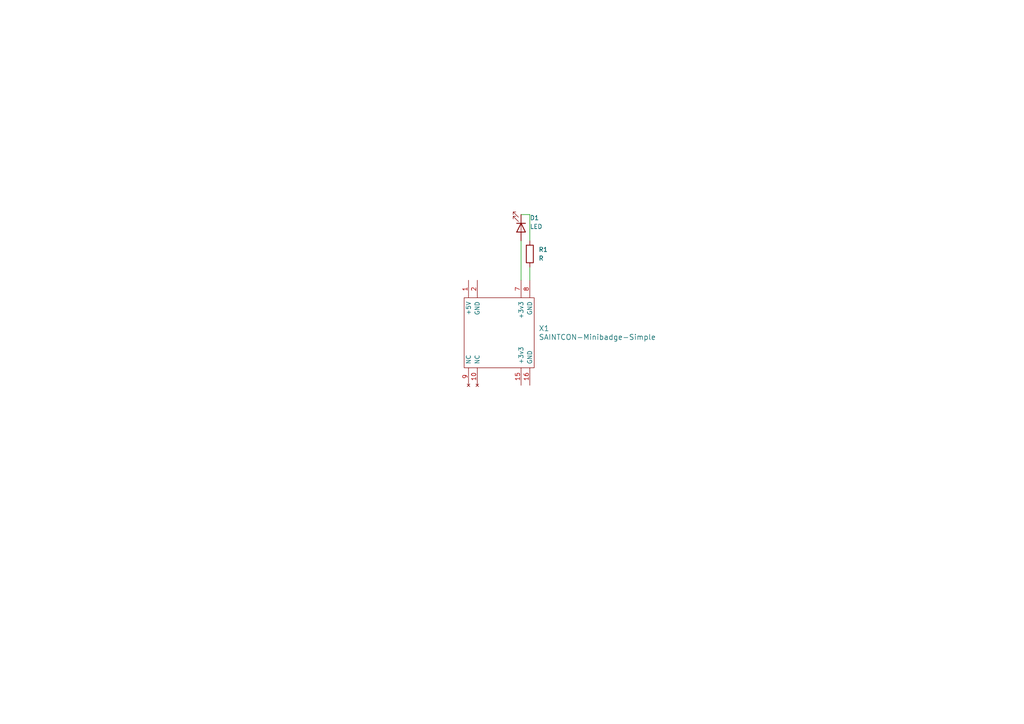
<source format=kicad_sch>
(kicad_sch (version 20231120) (generator "eeschema") (generator_version "8.0")
  (paper "A4")
  (lib_symbols
    (symbol "Device:LED" (pin_numbers hide) (pin_names (offset 1.016) hide)
      (property "Reference" "D" (at 0 2.54 0))
      (property "Value" "LED" (at 0 -2.54 0))
      (symbol "LED_0_1"
        (polyline (pts (xy -1.27 -1.27) (xy -1.27 1.27)) (stroke (width 0.254)))
        (polyline (pts (xy -1.27 0) (xy 1.27 0)))
        (polyline (pts (xy 1.27 -1.27) (xy 1.27 1.27) (xy -1.27 0) (xy 1.27 -1.27)) (stroke (width 0.254)))
        (polyline (pts (xy -3.048 -0.762) (xy -4.572 -2.286) (xy -3.81 -2.286) (xy -4.572 -2.286) (xy -4.572 -1.524)))
        (polyline (pts (xy -1.778 -0.762) (xy -3.302 -2.286) (xy -2.54 -2.286) (xy -3.302 -2.286) (xy -3.302 -1.524)))
      )
      (symbol "LED_1_1"
        (pin passive line (at -3.81 0 0) (length 2.54) (name "K") (number "1"))
        (pin passive line (at 3.81 0 180) (length 2.54) (name "A") (number "2"))
      )
    )
    (symbol "Device:R" (pin_numbers hide) (pin_names (offset 0))
      (property "Reference" "R" (at 2.032 0 90))
      (property "Value" "R" (at 0 0 90))
      (symbol "R_0_1"
        (rectangle (start -1.016 -2.54) (end 1.016 2.54) (stroke (width 0.254)))
      )
      (symbol "R_1_1"
        (pin passive line (at 0 3.81 270) (length 1.27) (name "~") (number "1"))
        (pin passive line (at 0 -3.81 90) (length 1.27) (name "~") (number "2"))
      )
    )
    (symbol "saintcon-minibadge:SAINTCON-Minibadge-Simple" (pin_names (offset 1.016))
      (property "Reference" "X" (at 11.43 8.89 0))
      (property "Value" "SAINTCON-Minibadge-Simple" (at 11.43 6.35 0))
      (symbol "SAINTCON-Minibadge-Simple_0_1"
        (rectangle (start -10.16 10.16) (end 10.16 -10.16))
      )
      (symbol "SAINTCON-Minibadge-Simple_1_1"
        (pin power_in line (at -8.89 15.24 270) (length 5.08) (name "+5V") (number "1"))
        (pin no_connect line (at -6.35 -15.24 90) (length 5.08) (name "NC") (number "10"))
        (pin power_in line (at 6.35 -15.24 90) (length 5.08) (name "+3v3") (number "15"))
        (pin power_in line (at 8.89 -15.24 90) (length 5.08) (name "GND") (number "16"))
        (pin power_in line (at -6.35 15.24 270) (length 5.08) (name "GND") (number "2"))
        (pin power_in line (at 6.35 15.24 270) (length 5.08) (name "+3v3") (number "7"))
        (pin power_in line (at 8.89 15.24 270) (length 5.08) (name "GND") (number "8"))
        (pin no_connect line (at -8.89 -15.24 90) (length 5.08) (name "NC") (number "9"))
      )
    )
  )
  (wire (pts (xy 153.67 62.23) (xy 153.67 69.85)))
  (wire (pts (xy 151.13 62.23) (xy 153.67 62.23)))
  (wire (pts (xy 151.13 69.85) (xy 151.13 81.28)))
  (wire (pts (xy 153.67 77.47) (xy 153.67 81.28)))
  (symbol (lib_id "Device:LED") (at 151.13 66.04 270) (unit 1)
    (property "Reference" "D1" (at 153.67 63.1825 90) (effects (justify left)))
    (property "Value" "LED" (at 153.67 65.7225 90) (effects (justify left)))
    (property "Footprint" "LED_SMD:LED_1206_3216Metric_Pad1.42x1.75mm_HandSolder" (effects (hide yes)))
  )
  (symbol (lib_id "saintcon-minibadge:SAINTCON-Minibadge-Simple") (at 144.78 96.52 0) (unit 1)
    (property "Reference" "X1" (at 156.21 95.25 0) (effects (font (size 1.524 1.524)) (justify left)))
    (property "Value" "SAINTCON-Minibadge-Simple" (at 156.21 97.79 0) (effects (font (size 1.524 1.524)) (justify left)))
    (property "Footprint" "minibadge_kicad:SAINTCON-Minibadge-Simple" (effects (hide yes)))
  )
  (symbol (lib_id "Device:R") (at 153.67 73.66 180) (unit 1)
    (property "Reference" "R1" (at 156.21 72.39 0) (effects (justify right)))
    (property "Value" "R" (at 156.21 74.93 0) (effects (justify right)))
    (property "Footprint" "Resistor_SMD:R_1206_3216Metric_Pad1.30x1.75mm_HandSolder" (effects (hide yes)))
  )
)
</source>
